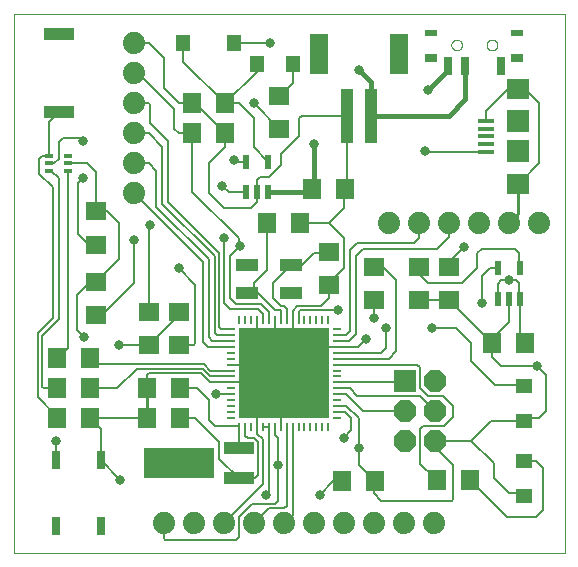
<source format=gtl>
G75*
%MOIN*%
%OFA0B0*%
%FSLAX25Y25*%
%IPPOS*%
%LPD*%
%AMOC8*
5,1,8,0,0,1.08239X$1,22.5*
%
%ADD10C,0.00000*%
%ADD11R,0.10000X0.04000*%
%ADD12R,0.03150X0.01378*%
%ADD13R,0.06299X0.07087*%
%ADD14R,0.07087X0.06299*%
%ADD15R,0.07400X0.07400*%
%ADD16OC8,0.07400*%
%ADD17C,0.07400*%
%ADD18R,0.05512X0.04724*%
%ADD19R,0.02756X0.05906*%
%ADD20R,0.03937X0.02362*%
%ADD21R,0.03937X0.03150*%
%ADD22R,0.03000X0.06000*%
%ADD23R,0.01102X0.03150*%
%ADD24R,0.03150X0.01102*%
%ADD25R,0.30118X0.30118*%
%ADD26R,0.07480X0.04331*%
%ADD27R,0.09843X0.03937*%
%ADD28R,0.23622X0.09843*%
%ADD29R,0.02165X0.04724*%
%ADD30R,0.05000X0.05787*%
%ADD31R,0.03937X0.18110*%
%ADD32R,0.06299X0.13386*%
%ADD33R,0.04724X0.05512*%
%ADD34R,0.05512X0.01378*%
%ADD35R,0.07480X0.07087*%
%ADD36R,0.07480X0.07480*%
%ADD37C,0.01000*%
%ADD38C,0.00700*%
%ADD39C,0.03300*%
%ADD40C,0.01500*%
%ADD41C,0.02000*%
D10*
X0001000Y0009801D02*
X0001000Y0189762D01*
X0184701Y0189762D01*
X0184701Y0009801D01*
X0001000Y0009801D01*
X0146822Y0179301D02*
X0146824Y0179385D01*
X0146830Y0179468D01*
X0146840Y0179551D01*
X0146854Y0179634D01*
X0146871Y0179716D01*
X0146893Y0179797D01*
X0146918Y0179876D01*
X0146947Y0179955D01*
X0146980Y0180032D01*
X0147016Y0180107D01*
X0147056Y0180181D01*
X0147099Y0180253D01*
X0147146Y0180322D01*
X0147196Y0180389D01*
X0147249Y0180454D01*
X0147305Y0180516D01*
X0147363Y0180576D01*
X0147425Y0180633D01*
X0147489Y0180686D01*
X0147556Y0180737D01*
X0147625Y0180784D01*
X0147696Y0180829D01*
X0147769Y0180869D01*
X0147844Y0180906D01*
X0147921Y0180940D01*
X0147999Y0180970D01*
X0148078Y0180996D01*
X0148159Y0181019D01*
X0148241Y0181037D01*
X0148323Y0181052D01*
X0148406Y0181063D01*
X0148489Y0181070D01*
X0148573Y0181073D01*
X0148657Y0181072D01*
X0148740Y0181067D01*
X0148824Y0181058D01*
X0148906Y0181045D01*
X0148988Y0181029D01*
X0149069Y0181008D01*
X0149150Y0180984D01*
X0149228Y0180956D01*
X0149306Y0180924D01*
X0149382Y0180888D01*
X0149456Y0180849D01*
X0149528Y0180807D01*
X0149598Y0180761D01*
X0149666Y0180712D01*
X0149731Y0180660D01*
X0149794Y0180605D01*
X0149854Y0180547D01*
X0149912Y0180486D01*
X0149966Y0180422D01*
X0150018Y0180356D01*
X0150066Y0180288D01*
X0150111Y0180217D01*
X0150152Y0180144D01*
X0150191Y0180070D01*
X0150225Y0179994D01*
X0150256Y0179916D01*
X0150283Y0179837D01*
X0150307Y0179756D01*
X0150326Y0179675D01*
X0150342Y0179593D01*
X0150354Y0179510D01*
X0150362Y0179426D01*
X0150366Y0179343D01*
X0150366Y0179259D01*
X0150362Y0179176D01*
X0150354Y0179092D01*
X0150342Y0179009D01*
X0150326Y0178927D01*
X0150307Y0178846D01*
X0150283Y0178765D01*
X0150256Y0178686D01*
X0150225Y0178608D01*
X0150191Y0178532D01*
X0150152Y0178458D01*
X0150111Y0178385D01*
X0150066Y0178314D01*
X0150018Y0178246D01*
X0149966Y0178180D01*
X0149912Y0178116D01*
X0149854Y0178055D01*
X0149794Y0177997D01*
X0149731Y0177942D01*
X0149666Y0177890D01*
X0149598Y0177841D01*
X0149528Y0177795D01*
X0149456Y0177753D01*
X0149382Y0177714D01*
X0149306Y0177678D01*
X0149228Y0177646D01*
X0149150Y0177618D01*
X0149069Y0177594D01*
X0148988Y0177573D01*
X0148906Y0177557D01*
X0148824Y0177544D01*
X0148740Y0177535D01*
X0148657Y0177530D01*
X0148573Y0177529D01*
X0148489Y0177532D01*
X0148406Y0177539D01*
X0148323Y0177550D01*
X0148241Y0177565D01*
X0148159Y0177583D01*
X0148078Y0177606D01*
X0147999Y0177632D01*
X0147921Y0177662D01*
X0147844Y0177696D01*
X0147769Y0177733D01*
X0147696Y0177773D01*
X0147625Y0177818D01*
X0147556Y0177865D01*
X0147489Y0177916D01*
X0147425Y0177969D01*
X0147363Y0178026D01*
X0147305Y0178086D01*
X0147249Y0178148D01*
X0147196Y0178213D01*
X0147146Y0178280D01*
X0147099Y0178349D01*
X0147056Y0178421D01*
X0147016Y0178495D01*
X0146980Y0178570D01*
X0146947Y0178647D01*
X0146918Y0178726D01*
X0146893Y0178805D01*
X0146871Y0178886D01*
X0146854Y0178968D01*
X0146840Y0179051D01*
X0146830Y0179134D01*
X0146824Y0179217D01*
X0146822Y0179301D01*
X0158634Y0179301D02*
X0158636Y0179385D01*
X0158642Y0179468D01*
X0158652Y0179551D01*
X0158666Y0179634D01*
X0158683Y0179716D01*
X0158705Y0179797D01*
X0158730Y0179876D01*
X0158759Y0179955D01*
X0158792Y0180032D01*
X0158828Y0180107D01*
X0158868Y0180181D01*
X0158911Y0180253D01*
X0158958Y0180322D01*
X0159008Y0180389D01*
X0159061Y0180454D01*
X0159117Y0180516D01*
X0159175Y0180576D01*
X0159237Y0180633D01*
X0159301Y0180686D01*
X0159368Y0180737D01*
X0159437Y0180784D01*
X0159508Y0180829D01*
X0159581Y0180869D01*
X0159656Y0180906D01*
X0159733Y0180940D01*
X0159811Y0180970D01*
X0159890Y0180996D01*
X0159971Y0181019D01*
X0160053Y0181037D01*
X0160135Y0181052D01*
X0160218Y0181063D01*
X0160301Y0181070D01*
X0160385Y0181073D01*
X0160469Y0181072D01*
X0160552Y0181067D01*
X0160636Y0181058D01*
X0160718Y0181045D01*
X0160800Y0181029D01*
X0160881Y0181008D01*
X0160962Y0180984D01*
X0161040Y0180956D01*
X0161118Y0180924D01*
X0161194Y0180888D01*
X0161268Y0180849D01*
X0161340Y0180807D01*
X0161410Y0180761D01*
X0161478Y0180712D01*
X0161543Y0180660D01*
X0161606Y0180605D01*
X0161666Y0180547D01*
X0161724Y0180486D01*
X0161778Y0180422D01*
X0161830Y0180356D01*
X0161878Y0180288D01*
X0161923Y0180217D01*
X0161964Y0180144D01*
X0162003Y0180070D01*
X0162037Y0179994D01*
X0162068Y0179916D01*
X0162095Y0179837D01*
X0162119Y0179756D01*
X0162138Y0179675D01*
X0162154Y0179593D01*
X0162166Y0179510D01*
X0162174Y0179426D01*
X0162178Y0179343D01*
X0162178Y0179259D01*
X0162174Y0179176D01*
X0162166Y0179092D01*
X0162154Y0179009D01*
X0162138Y0178927D01*
X0162119Y0178846D01*
X0162095Y0178765D01*
X0162068Y0178686D01*
X0162037Y0178608D01*
X0162003Y0178532D01*
X0161964Y0178458D01*
X0161923Y0178385D01*
X0161878Y0178314D01*
X0161830Y0178246D01*
X0161778Y0178180D01*
X0161724Y0178116D01*
X0161666Y0178055D01*
X0161606Y0177997D01*
X0161543Y0177942D01*
X0161478Y0177890D01*
X0161410Y0177841D01*
X0161340Y0177795D01*
X0161268Y0177753D01*
X0161194Y0177714D01*
X0161118Y0177678D01*
X0161040Y0177646D01*
X0160962Y0177618D01*
X0160881Y0177594D01*
X0160800Y0177573D01*
X0160718Y0177557D01*
X0160636Y0177544D01*
X0160552Y0177535D01*
X0160469Y0177530D01*
X0160385Y0177529D01*
X0160301Y0177532D01*
X0160218Y0177539D01*
X0160135Y0177550D01*
X0160053Y0177565D01*
X0159971Y0177583D01*
X0159890Y0177606D01*
X0159811Y0177632D01*
X0159733Y0177662D01*
X0159656Y0177696D01*
X0159581Y0177733D01*
X0159508Y0177773D01*
X0159437Y0177818D01*
X0159368Y0177865D01*
X0159301Y0177916D01*
X0159237Y0177969D01*
X0159175Y0178026D01*
X0159117Y0178086D01*
X0159061Y0178148D01*
X0159008Y0178213D01*
X0158958Y0178280D01*
X0158911Y0178349D01*
X0158868Y0178421D01*
X0158828Y0178495D01*
X0158792Y0178570D01*
X0158759Y0178647D01*
X0158730Y0178726D01*
X0158705Y0178805D01*
X0158683Y0178886D01*
X0158666Y0178968D01*
X0158652Y0179051D01*
X0158642Y0179134D01*
X0158636Y0179217D01*
X0158634Y0179301D01*
D11*
X0016000Y0182801D03*
X0016000Y0156801D03*
D12*
X0012850Y0142360D03*
X0012850Y0139801D03*
X0012850Y0137242D03*
X0019150Y0137242D03*
X0019150Y0139801D03*
X0019150Y0142360D03*
D13*
X0060488Y0149801D03*
X0060488Y0159801D03*
X0071512Y0159801D03*
X0071512Y0149801D03*
X0100488Y0131301D03*
X0111512Y0131301D03*
X0096512Y0119801D03*
X0085488Y0119801D03*
X0026512Y0074801D03*
X0015488Y0074801D03*
X0015488Y0064801D03*
X0015488Y0054801D03*
X0026512Y0054801D03*
X0026512Y0064801D03*
X0045488Y0064801D03*
X0045488Y0054801D03*
X0056512Y0054801D03*
X0056512Y0064801D03*
X0110488Y0033801D03*
X0121512Y0033801D03*
X0141988Y0034301D03*
X0153012Y0034301D03*
X0160488Y0079801D03*
X0171512Y0079801D03*
D14*
X0146000Y0094289D03*
X0136000Y0094289D03*
X0136000Y0105313D03*
X0146000Y0105313D03*
X0121000Y0105313D03*
X0121000Y0094289D03*
X0106000Y0099289D03*
X0106000Y0110313D03*
X0089500Y0151289D03*
X0089500Y0162313D03*
X0028500Y0123813D03*
X0028500Y0112789D03*
X0028500Y0100313D03*
X0028500Y0089289D03*
X0046000Y0090313D03*
X0056000Y0090313D03*
X0056000Y0079289D03*
X0046000Y0079289D03*
D15*
X0131500Y0067301D03*
D16*
X0141500Y0067301D03*
X0141500Y0057301D03*
X0131500Y0057301D03*
X0131500Y0047301D03*
X0141500Y0047301D03*
D17*
X0141000Y0019801D03*
X0131000Y0019801D03*
X0121000Y0019801D03*
X0111000Y0019801D03*
X0101000Y0019801D03*
X0091000Y0019801D03*
X0081000Y0019801D03*
X0071000Y0019801D03*
X0061000Y0019801D03*
X0051000Y0019801D03*
X0126000Y0119801D03*
X0136000Y0119801D03*
X0146000Y0119801D03*
X0156000Y0119801D03*
X0166000Y0119801D03*
X0176000Y0119801D03*
X0041000Y0129801D03*
X0041000Y0139801D03*
X0041000Y0149801D03*
X0041000Y0159801D03*
X0041000Y0169801D03*
X0041000Y0179801D03*
D18*
X0171000Y0065707D03*
X0171000Y0053895D03*
X0171000Y0040707D03*
X0171000Y0028895D03*
D19*
X0163358Y0172411D03*
X0151547Y0172411D03*
X0145642Y0172411D03*
D20*
X0140130Y0183238D03*
X0168870Y0183238D03*
D21*
X0168870Y0174970D03*
X0140130Y0174970D03*
D22*
X0030000Y0040801D03*
X0015000Y0040801D03*
X0015000Y0018801D03*
X0030000Y0018801D03*
D23*
X0076236Y0052084D03*
X0078205Y0052084D03*
X0080173Y0052084D03*
X0082142Y0052084D03*
X0084110Y0052084D03*
X0086079Y0052084D03*
X0088047Y0052084D03*
X0090016Y0052084D03*
X0091984Y0052084D03*
X0093953Y0052084D03*
X0095921Y0052084D03*
X0097890Y0052084D03*
X0099858Y0052084D03*
X0101827Y0052084D03*
X0103795Y0052084D03*
X0105764Y0052084D03*
X0105764Y0087518D03*
X0103795Y0087518D03*
X0101827Y0087518D03*
X0099858Y0087518D03*
X0097890Y0087518D03*
X0095921Y0087518D03*
X0093953Y0087518D03*
X0091984Y0087518D03*
X0090016Y0087518D03*
X0088047Y0087518D03*
X0086079Y0087518D03*
X0084110Y0087518D03*
X0082142Y0087518D03*
X0080173Y0087518D03*
X0078205Y0087518D03*
X0076236Y0087518D03*
D24*
X0073283Y0084565D03*
X0073283Y0082596D03*
X0073283Y0080628D03*
X0073283Y0078659D03*
X0073283Y0076691D03*
X0073283Y0074722D03*
X0073283Y0072754D03*
X0073283Y0070785D03*
X0073283Y0068817D03*
X0073283Y0066848D03*
X0073283Y0064880D03*
X0073283Y0062911D03*
X0073283Y0060943D03*
X0073283Y0058974D03*
X0073283Y0057006D03*
X0073283Y0055037D03*
X0108717Y0055037D03*
X0108717Y0057006D03*
X0108717Y0058974D03*
X0108717Y0060943D03*
X0108717Y0062911D03*
X0108717Y0064880D03*
X0108717Y0066848D03*
X0108717Y0068817D03*
X0108717Y0070785D03*
X0108717Y0072754D03*
X0108717Y0074722D03*
X0108717Y0076691D03*
X0108717Y0078659D03*
X0108717Y0080628D03*
X0108717Y0082596D03*
X0108717Y0084565D03*
D25*
X0091000Y0069801D03*
D26*
X0093283Y0096773D03*
X0093283Y0105829D03*
X0078717Y0105829D03*
X0078717Y0096773D03*
D27*
X0076000Y0044801D03*
X0076000Y0034801D03*
D28*
X0056000Y0039801D03*
D29*
X0078260Y0130183D03*
X0082000Y0130183D03*
X0085740Y0130183D03*
X0085740Y0140420D03*
X0078260Y0140420D03*
X0162260Y0104919D03*
X0169740Y0104919D03*
X0169740Y0094683D03*
X0166000Y0094683D03*
X0162260Y0094683D03*
D30*
X0074465Y0179801D03*
X0057535Y0179801D03*
D31*
X0112063Y0155734D03*
X0119937Y0155734D03*
D32*
X0129386Y0176207D03*
X0102614Y0176207D03*
D33*
X0093906Y0172801D03*
X0082094Y0172801D03*
D34*
X0158567Y0153919D03*
X0158567Y0151360D03*
X0158567Y0148801D03*
X0158567Y0146242D03*
X0158567Y0143683D03*
D35*
X0169000Y0133053D03*
X0169000Y0164549D03*
D36*
X0169000Y0153801D03*
X0169000Y0143801D03*
D37*
X0169000Y0133053D02*
X0169000Y0122801D01*
X0166000Y0119801D01*
X0169000Y0164352D02*
X0169000Y0164549D01*
X0045488Y0064801D02*
X0045488Y0054801D01*
D38*
X0026512Y0054801D01*
X0030000Y0051313D01*
X0030000Y0040801D01*
X0036500Y0034301D01*
X0051000Y0019801D02*
X0051000Y0014801D01*
X0051500Y0014301D01*
X0075000Y0014301D01*
X0076000Y0015301D01*
X0076000Y0021801D01*
X0080500Y0026301D01*
X0088000Y0026301D01*
X0089000Y0027301D01*
X0089000Y0039301D01*
X0089000Y0048301D01*
X0088047Y0049254D01*
X0088047Y0052084D01*
X0086079Y0052084D02*
X0086079Y0030380D01*
X0085000Y0029301D01*
X0084000Y0032801D02*
X0071000Y0019801D01*
X0081000Y0019801D02*
X0086000Y0024801D01*
X0091000Y0024801D01*
X0091984Y0025785D01*
X0091984Y0052084D01*
X0090016Y0052084D02*
X0090016Y0068817D01*
X0091000Y0069801D01*
X0088047Y0072754D01*
X0086000Y0072754D01*
X0088047Y0074801D01*
X0088047Y0079801D01*
X0091000Y0079801D01*
X0093953Y0082754D01*
X0098047Y0078659D01*
X0108717Y0078659D01*
X0115858Y0078659D01*
X0118500Y0081301D01*
X0115000Y0082801D02*
X0115000Y0108801D01*
X0117500Y0111301D01*
X0142000Y0111301D01*
X0146000Y0115301D01*
X0146000Y0119801D01*
X0151000Y0111801D02*
X0146000Y0106801D01*
X0146000Y0105313D01*
X0150500Y0099801D02*
X0139000Y0099801D01*
X0136000Y0102801D01*
X0136000Y0105313D01*
X0128500Y0100801D02*
X0124500Y0104801D01*
X0121512Y0104801D01*
X0121000Y0105313D01*
X0128500Y0100801D02*
X0128500Y0077301D01*
X0125921Y0074722D01*
X0108717Y0074722D01*
X0108717Y0076691D02*
X0123390Y0076691D01*
X0125000Y0078301D01*
X0125000Y0084801D01*
X0121000Y0088301D02*
X0121000Y0094289D01*
X0111000Y0104801D02*
X0111000Y0114801D01*
X0106000Y0119801D01*
X0111000Y0124801D01*
X0111000Y0130789D01*
X0111512Y0131301D01*
X0112063Y0131852D01*
X0112063Y0155734D01*
X0096933Y0155734D01*
X0096000Y0154801D01*
X0096000Y0148801D01*
X0090000Y0142801D01*
X0090000Y0139301D01*
X0086000Y0135301D01*
X0083000Y0135301D01*
X0082000Y0134301D01*
X0082000Y0130183D01*
X0082000Y0126801D01*
X0080000Y0124801D01*
X0071000Y0124801D01*
X0066000Y0129801D01*
X0066000Y0139801D01*
X0071512Y0145313D01*
X0071512Y0149801D01*
X0061512Y0159801D01*
X0060488Y0159801D01*
X0056000Y0159801D01*
X0051000Y0164801D01*
X0051000Y0174801D01*
X0046000Y0179801D01*
X0041000Y0179801D01*
X0041000Y0169801D02*
X0042500Y0169801D01*
X0054500Y0157801D01*
X0054500Y0151301D01*
X0056000Y0149801D01*
X0060488Y0149801D01*
X0060488Y0130313D01*
X0076000Y0114801D01*
X0076000Y0112801D01*
X0076500Y0112301D01*
X0073000Y0108801D01*
X0073000Y0094801D01*
X0075000Y0092801D01*
X0083500Y0092801D01*
X0086079Y0090222D01*
X0086079Y0087518D01*
X0088047Y0087518D02*
X0088047Y0079801D01*
X0093953Y0082754D02*
X0093953Y0087518D01*
X0093953Y0090754D01*
X0095500Y0092301D01*
X0103500Y0092301D01*
X0106000Y0094801D01*
X0106000Y0099289D01*
X0106000Y0099801D01*
X0111000Y0104801D01*
X0113000Y0110801D02*
X0115500Y0113301D01*
X0134500Y0113301D01*
X0136000Y0114801D01*
X0136000Y0119801D01*
X0155500Y0109801D02*
X0155500Y0104801D01*
X0150500Y0099801D01*
X0157000Y0102301D02*
X0157000Y0093301D01*
X0162260Y0094683D02*
X0162260Y0099561D01*
X0163500Y0100801D01*
X0166000Y0100801D01*
X0168500Y0100801D01*
X0169500Y0099801D01*
X0169500Y0094923D01*
X0169740Y0094683D01*
X0169740Y0081573D01*
X0171512Y0079801D01*
X0175500Y0072301D02*
X0163500Y0072301D01*
X0160488Y0075313D01*
X0160488Y0079801D01*
X0146000Y0094289D01*
X0136000Y0094289D01*
X0140500Y0084801D02*
X0148500Y0084801D01*
X0153500Y0079801D01*
X0153500Y0073801D01*
X0161500Y0065801D01*
X0170906Y0065801D01*
X0171000Y0065707D01*
X0175500Y0072301D02*
X0178500Y0069301D01*
X0178500Y0057301D01*
X0176000Y0054801D01*
X0171906Y0054801D01*
X0171000Y0053895D01*
X0160094Y0053895D01*
X0153500Y0047301D01*
X0161000Y0039801D01*
X0161000Y0034801D01*
X0166000Y0029801D01*
X0170094Y0029801D01*
X0171000Y0028895D01*
X0177500Y0024301D02*
X0175000Y0021801D01*
X0165512Y0021801D01*
X0153012Y0034301D01*
X0147500Y0039301D02*
X0147500Y0027801D01*
X0147000Y0027301D01*
X0123500Y0027301D01*
X0121000Y0029801D01*
X0121000Y0033289D01*
X0121512Y0033801D01*
X0116000Y0039313D01*
X0116000Y0044801D01*
X0116000Y0054801D01*
X0111827Y0058974D01*
X0108717Y0058974D01*
X0108717Y0057006D02*
X0111295Y0057006D01*
X0113500Y0054801D01*
X0113500Y0050801D01*
X0111000Y0048301D01*
X0117500Y0057301D02*
X0131500Y0057301D01*
X0137500Y0052301D02*
X0136500Y0051301D01*
X0136500Y0039789D01*
X0141988Y0034301D01*
X0147500Y0039301D02*
X0141500Y0045301D01*
X0141500Y0047301D01*
X0153500Y0047301D01*
X0147500Y0055301D02*
X0144500Y0052301D01*
X0137500Y0052301D01*
X0141500Y0057301D02*
X0136500Y0062301D01*
X0115500Y0062301D01*
X0112921Y0064880D01*
X0108717Y0064880D01*
X0108717Y0066848D02*
X0131047Y0066848D01*
X0131500Y0067301D01*
X0136500Y0064801D02*
X0139000Y0062301D01*
X0144000Y0062301D01*
X0147500Y0058801D01*
X0147500Y0055301D01*
X0136500Y0064801D02*
X0136500Y0071801D01*
X0135547Y0072754D01*
X0108717Y0072754D01*
X0108717Y0080628D02*
X0112827Y0080628D01*
X0115000Y0082801D01*
X0113000Y0083801D02*
X0113000Y0110801D01*
X0106000Y0110313D02*
X0105488Y0109801D01*
X0101000Y0109801D01*
X0097028Y0105829D01*
X0093283Y0105829D01*
X0087500Y0100045D01*
X0087500Y0094801D01*
X0090000Y0092301D01*
X0091000Y0092301D01*
X0091984Y0091317D01*
X0091984Y0087518D01*
X0090016Y0087518D02*
X0090016Y0090785D01*
X0090000Y0090801D01*
X0088000Y0090801D01*
X0082000Y0096801D01*
X0081000Y0096801D01*
X0081000Y0099801D01*
X0085488Y0104289D01*
X0085488Y0119801D01*
X0096512Y0119801D02*
X0106000Y0119801D01*
X0100488Y0131301D02*
X0101000Y0131813D01*
X0085740Y0140420D02*
X0081000Y0145160D01*
X0081000Y0154801D01*
X0076000Y0159801D01*
X0071512Y0159801D01*
X0082094Y0170384D01*
X0082094Y0172801D01*
X0086500Y0179801D02*
X0074465Y0179801D01*
X0057535Y0179801D02*
X0057535Y0173777D01*
X0071512Y0159801D01*
X0081000Y0159801D02*
X0089500Y0151301D01*
X0089500Y0151289D01*
X0078260Y0140420D02*
X0074881Y0140420D01*
X0074500Y0140801D01*
X0070500Y0132301D02*
X0072619Y0130183D01*
X0078260Y0130183D01*
X0071000Y0114801D02*
X0071000Y0093301D01*
X0073000Y0091301D01*
X0082500Y0091301D01*
X0084110Y0089691D01*
X0084110Y0087518D01*
X0082142Y0087518D02*
X0082142Y0073895D01*
X0081000Y0072754D01*
X0082142Y0071612D01*
X0082142Y0069801D01*
X0079189Y0066848D01*
X0073283Y0066848D01*
X0073236Y0066801D01*
X0066500Y0066801D01*
X0063500Y0069801D01*
X0046000Y0069801D01*
X0045488Y0069289D01*
X0045488Y0064801D01*
X0042000Y0071301D02*
X0035500Y0064801D01*
X0026512Y0064801D01*
X0028512Y0072801D02*
X0026512Y0074801D01*
X0028512Y0072801D02*
X0064500Y0072801D01*
X0066516Y0070785D01*
X0073283Y0070785D01*
X0073283Y0068817D02*
X0066484Y0068817D01*
X0064000Y0071301D01*
X0042000Y0071301D01*
X0046000Y0079289D02*
X0036012Y0079289D01*
X0036000Y0079301D01*
X0046000Y0079289D02*
X0056000Y0089289D01*
X0056000Y0090313D01*
X0061500Y0099301D02*
X0056000Y0104801D01*
X0061500Y0099301D02*
X0061500Y0079801D01*
X0060988Y0079289D01*
X0056000Y0079289D01*
X0064000Y0080301D02*
X0064000Y0106801D01*
X0041000Y0129801D01*
X0048500Y0125301D02*
X0048500Y0137301D01*
X0046000Y0139801D01*
X0041000Y0139801D01*
X0050500Y0145301D02*
X0046000Y0149801D01*
X0041000Y0149801D01*
X0046500Y0153301D02*
X0046500Y0159301D01*
X0046000Y0159801D01*
X0041000Y0159801D01*
X0046500Y0153301D02*
X0052500Y0147301D01*
X0052500Y0126801D01*
X0069500Y0109801D01*
X0069500Y0085301D01*
X0070236Y0084565D01*
X0073283Y0084565D01*
X0073283Y0082596D02*
X0068705Y0082596D01*
X0068000Y0083301D01*
X0068000Y0108801D01*
X0050500Y0126301D01*
X0050500Y0145301D01*
X0048500Y0125301D02*
X0066000Y0107801D01*
X0066000Y0081801D01*
X0067173Y0080628D01*
X0073283Y0080628D01*
X0073283Y0078659D02*
X0065642Y0078659D01*
X0064000Y0080301D01*
X0073283Y0072754D02*
X0081000Y0072754D01*
X0086000Y0072754D01*
X0082142Y0069801D02*
X0082142Y0052084D01*
X0082142Y0049659D01*
X0084000Y0047801D01*
X0084000Y0032801D01*
X0081500Y0034801D02*
X0082500Y0035801D01*
X0082500Y0046801D01*
X0081000Y0048301D01*
X0079000Y0048301D01*
X0078205Y0049096D01*
X0078205Y0052084D01*
X0076236Y0052084D02*
X0076020Y0052301D01*
X0068000Y0052301D01*
X0066000Y0054301D01*
X0066000Y0060801D01*
X0062000Y0064801D01*
X0056512Y0064801D01*
X0056000Y0064801D01*
X0056512Y0054801D02*
X0061500Y0054801D01*
X0069500Y0046801D01*
X0069500Y0041301D01*
X0076000Y0034801D01*
X0081500Y0034801D01*
X0076000Y0044801D02*
X0076236Y0045037D01*
X0076236Y0052084D01*
X0084110Y0052084D02*
X0086079Y0052084D01*
X0093953Y0052084D02*
X0093953Y0022754D01*
X0091000Y0019801D01*
X0103000Y0029301D02*
X0107500Y0033801D01*
X0110488Y0033801D01*
X0117500Y0057301D02*
X0111890Y0062911D01*
X0108717Y0062911D01*
X0108717Y0082596D02*
X0111795Y0082596D01*
X0113000Y0083801D01*
X0109000Y0090801D02*
X0096500Y0090801D01*
X0095921Y0090222D01*
X0095921Y0087518D01*
X0081000Y0096801D02*
X0078744Y0096801D01*
X0078717Y0096773D01*
X0046000Y0090313D02*
X0046000Y0118801D01*
X0046500Y0119301D01*
X0041000Y0114301D02*
X0041000Y0099801D01*
X0030488Y0089289D01*
X0028500Y0089289D01*
X0022000Y0084301D02*
X0024500Y0081801D01*
X0022000Y0084301D02*
X0022000Y0095801D01*
X0026512Y0100313D01*
X0028500Y0100313D01*
X0036000Y0107813D01*
X0036000Y0119801D01*
X0031988Y0123813D01*
X0028500Y0123813D01*
X0028500Y0136801D01*
X0025500Y0139801D01*
X0019150Y0139801D01*
X0019150Y0137242D02*
X0019150Y0078462D01*
X0015488Y0074801D01*
X0010500Y0082301D02*
X0010500Y0065301D01*
X0011000Y0064801D01*
X0015488Y0064801D01*
X0009000Y0061801D02*
X0009000Y0083301D01*
X0014000Y0088301D01*
X0014000Y0131801D01*
X0009500Y0136301D01*
X0009500Y0141301D01*
X0010500Y0142301D01*
X0012791Y0142301D01*
X0012850Y0142360D01*
X0012850Y0153651D01*
X0016000Y0156801D01*
X0017500Y0148301D02*
X0023000Y0148301D01*
X0024000Y0147301D01*
X0017500Y0148301D02*
X0016000Y0146801D01*
X0016000Y0141301D01*
X0014500Y0139801D01*
X0012850Y0139801D01*
X0012850Y0137242D02*
X0013559Y0137242D01*
X0016000Y0134801D01*
X0016000Y0087801D01*
X0010500Y0082301D01*
X0009000Y0061801D02*
X0015488Y0055313D01*
X0015488Y0054801D01*
X0016000Y0054801D01*
X0015000Y0047301D02*
X0015000Y0040801D01*
X0068500Y0062801D02*
X0073173Y0062801D01*
X0073283Y0062911D01*
X0028500Y0112789D02*
X0026012Y0112789D01*
X0022500Y0116301D01*
X0022500Y0133301D01*
X0024000Y0134801D01*
X0089500Y0162313D02*
X0093906Y0166718D01*
X0093906Y0172801D01*
X0138000Y0143801D02*
X0138118Y0143683D01*
X0158567Y0143683D01*
X0158567Y0153919D02*
X0158567Y0157368D01*
X0166000Y0164801D01*
X0168748Y0164801D01*
X0169000Y0164549D01*
X0169252Y0164801D01*
X0171000Y0164801D01*
X0176000Y0159801D01*
X0176000Y0139801D01*
X0169252Y0133053D01*
X0169000Y0133053D01*
X0168000Y0111301D02*
X0157000Y0111301D01*
X0155500Y0109801D01*
X0159618Y0104919D02*
X0157000Y0102301D01*
X0159618Y0104919D02*
X0162260Y0104919D01*
X0169500Y0105159D02*
X0169500Y0109801D01*
X0168000Y0111301D01*
X0169500Y0105159D02*
X0169740Y0104919D01*
X0166000Y0094683D02*
X0166000Y0086801D01*
X0161000Y0081801D01*
X0161000Y0080313D01*
X0160488Y0079801D01*
X0171000Y0040707D02*
X0175094Y0040707D01*
X0177500Y0038301D01*
X0177500Y0024301D01*
X0151000Y0171864D02*
X0151547Y0172411D01*
X0145642Y0172411D02*
X0145642Y0170943D01*
D39*
X0139000Y0164301D03*
X0138000Y0143801D03*
X0116000Y0170801D03*
X0101000Y0146301D03*
X0081000Y0159801D03*
X0074500Y0140801D03*
X0070500Y0132301D03*
X0071000Y0114801D03*
X0076500Y0112301D03*
X0056000Y0104801D03*
X0041000Y0114301D03*
X0046500Y0119301D03*
X0024000Y0134801D03*
X0024000Y0147301D03*
X0086500Y0179801D03*
X0151000Y0111801D03*
X0166000Y0100801D03*
X0157000Y0093301D03*
X0140500Y0084801D03*
X0125000Y0084801D03*
X0121000Y0088301D03*
X0118500Y0081301D03*
X0109000Y0090801D03*
X0068500Y0062801D03*
X0089000Y0039301D03*
X0085000Y0029301D03*
X0103000Y0029301D03*
X0116000Y0044801D03*
X0111000Y0048301D03*
X0175500Y0072301D03*
X0036000Y0079301D03*
X0024500Y0081801D03*
X0015000Y0047301D03*
X0036500Y0034301D03*
D40*
X0085740Y0130183D02*
X0099370Y0130183D01*
X0100488Y0131301D01*
X0101000Y0131813D02*
X0101000Y0146301D01*
X0119937Y0155734D02*
X0145933Y0155734D01*
X0151500Y0161301D01*
X0151500Y0172364D01*
X0151547Y0172411D01*
X0145642Y0170943D02*
X0139000Y0164301D01*
X0120000Y0166801D02*
X0120000Y0155797D01*
X0119937Y0155734D01*
X0120000Y0166801D02*
X0116000Y0170801D01*
D41*
X0101000Y0146301D02*
X0100488Y0146301D01*
X0100488Y0131301D02*
X0100488Y0130183D01*
M02*

</source>
